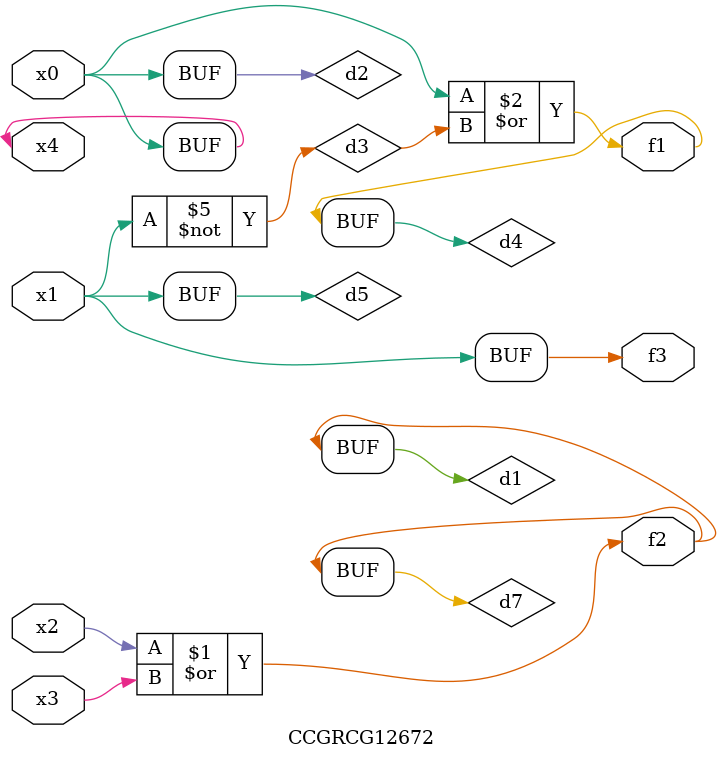
<source format=v>
module CCGRCG12672(
	input x0, x1, x2, x3, x4,
	output f1, f2, f3
);

	wire d1, d2, d3, d4, d5, d6, d7;

	or (d1, x2, x3);
	buf (d2, x0, x4);
	not (d3, x1);
	or (d4, d2, d3);
	not (d5, d3);
	nand (d6, d1, d3);
	or (d7, d1);
	assign f1 = d4;
	assign f2 = d7;
	assign f3 = d5;
endmodule

</source>
